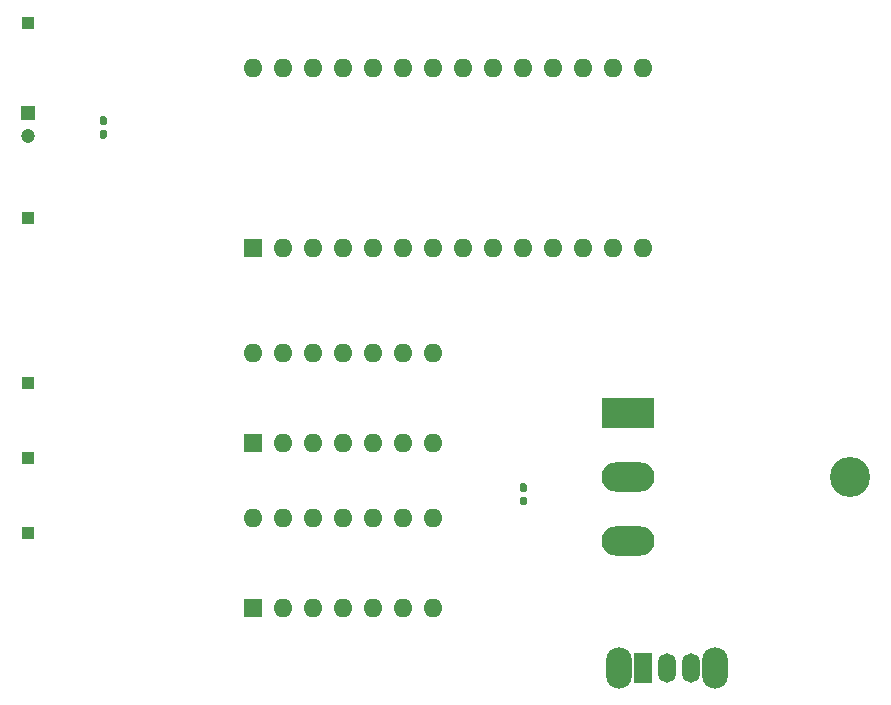
<source format=gbr>
%TF.GenerationSoftware,KiCad,Pcbnew,(5.1.12)-1*%
%TF.CreationDate,2021-11-17T16:44:01+01:00*%
%TF.ProjectId,SC-88VL,53432d38-3856-44c2-9e6b-696361645f70,rev?*%
%TF.SameCoordinates,Original*%
%TF.FileFunction,Soldermask,Top*%
%TF.FilePolarity,Negative*%
%FSLAX46Y46*%
G04 Gerber Fmt 4.6, Leading zero omitted, Abs format (unit mm)*
G04 Created by KiCad (PCBNEW (5.1.12)-1) date 2021-11-17 16:44:01*
%MOMM*%
%LPD*%
G01*
G04 APERTURE LIST*
%ADD10R,1.600000X1.600000*%
%ADD11O,1.600000X1.600000*%
%ADD12O,4.500000X2.500000*%
%ADD13R,4.500000X2.500000*%
%ADD14O,3.400000X3.400000*%
%ADD15O,2.200000X3.500000*%
%ADD16O,1.500000X2.500000*%
%ADD17R,1.500000X2.500000*%
%ADD18R,1.000000X1.000000*%
%ADD19C,1.200000*%
%ADD20R,1.200000X1.200000*%
G04 APERTURE END LIST*
D10*
%TO.C,TC9231N*%
X86360000Y-54610000D03*
D11*
X119380000Y-39370000D03*
X88900000Y-54610000D03*
X116840000Y-39370000D03*
X91440000Y-54610000D03*
X114300000Y-39370000D03*
X93980000Y-54610000D03*
X111760000Y-39370000D03*
X96520000Y-54610000D03*
X109220000Y-39370000D03*
X99060000Y-54610000D03*
X106680000Y-39370000D03*
X101600000Y-54610000D03*
X104140000Y-39370000D03*
X104140000Y-54610000D03*
X101600000Y-39370000D03*
X106680000Y-54610000D03*
X99060000Y-39370000D03*
X109220000Y-54610000D03*
X96520000Y-39370000D03*
X111760000Y-54610000D03*
X93980000Y-39370000D03*
X114300000Y-54610000D03*
X91440000Y-39370000D03*
X116840000Y-54610000D03*
X88900000Y-39370000D03*
X119380000Y-54610000D03*
X86360000Y-39370000D03*
%TD*%
D12*
%TO.C,TOSLINK TX*%
X118110000Y-79480000D03*
X118110000Y-74030000D03*
D13*
X118110000Y-68580000D03*
D14*
X136910000Y-74030000D03*
%TD*%
D15*
%TO.C,SWITCH*%
X125480000Y-90170000D03*
X117280000Y-90170000D03*
D16*
X123380000Y-90170000D03*
X121380000Y-90170000D03*
D17*
X119380000Y-90170000D03*
%TD*%
%TO.C,0.1uf*%
G36*
G01*
X109375000Y-75297500D02*
X109065000Y-75297500D01*
G75*
G02*
X108910000Y-75142500I0J155000D01*
G01*
X108910000Y-74717500D01*
G75*
G02*
X109065000Y-74562500I155000J0D01*
G01*
X109375000Y-74562500D01*
G75*
G02*
X109530000Y-74717500I0J-155000D01*
G01*
X109530000Y-75142500D01*
G75*
G02*
X109375000Y-75297500I-155000J0D01*
G01*
G37*
G36*
G01*
X109375000Y-76432500D02*
X109065000Y-76432500D01*
G75*
G02*
X108910000Y-76277500I0J155000D01*
G01*
X108910000Y-75852500D01*
G75*
G02*
X109065000Y-75697500I155000J0D01*
G01*
X109375000Y-75697500D01*
G75*
G02*
X109530000Y-75852500I0J-155000D01*
G01*
X109530000Y-76277500D01*
G75*
G02*
X109375000Y-76432500I-155000J0D01*
G01*
G37*
%TD*%
%TO.C,0.1uf*%
G36*
G01*
X73815000Y-44250000D02*
X73505000Y-44250000D01*
G75*
G02*
X73350000Y-44095000I0J155000D01*
G01*
X73350000Y-43670000D01*
G75*
G02*
X73505000Y-43515000I155000J0D01*
G01*
X73815000Y-43515000D01*
G75*
G02*
X73970000Y-43670000I0J-155000D01*
G01*
X73970000Y-44095000D01*
G75*
G02*
X73815000Y-44250000I-155000J0D01*
G01*
G37*
G36*
G01*
X73815000Y-45385000D02*
X73505000Y-45385000D01*
G75*
G02*
X73350000Y-45230000I0J155000D01*
G01*
X73350000Y-44805000D01*
G75*
G02*
X73505000Y-44650000I155000J0D01*
G01*
X73815000Y-44650000D01*
G75*
G02*
X73970000Y-44805000I0J-155000D01*
G01*
X73970000Y-45230000D01*
G75*
G02*
X73815000Y-45385000I-155000J0D01*
G01*
G37*
%TD*%
D18*
%TO.C,DATA*%
X67310000Y-78740000D03*
%TD*%
%TO.C,BCK*%
X67310000Y-72390000D03*
%TD*%
%TO.C,LRCK*%
X67310000Y-66040000D03*
%TD*%
%TO.C,GND*%
X67310000Y-52070000D03*
%TD*%
%TO.C,+5V*%
X67310000Y-35560000D03*
%TD*%
D19*
%TO.C,33uf*%
X67310000Y-45180000D03*
D20*
X67310000Y-43180000D03*
%TD*%
D11*
%TO.C,74HC74*%
X86360000Y-77470000D03*
X101600000Y-85090000D03*
X88900000Y-77470000D03*
X99060000Y-85090000D03*
X91440000Y-77470000D03*
X96520000Y-85090000D03*
X93980000Y-77470000D03*
X93980000Y-85090000D03*
X96520000Y-77470000D03*
X91440000Y-85090000D03*
X99060000Y-77470000D03*
X88900000Y-85090000D03*
X101600000Y-77470000D03*
D10*
X86360000Y-85090000D03*
%TD*%
D11*
%TO.C,74HC04*%
X86360000Y-63500000D03*
X101600000Y-71120000D03*
X88900000Y-63500000D03*
X99060000Y-71120000D03*
X91440000Y-63500000D03*
X96520000Y-71120000D03*
X93980000Y-63500000D03*
X93980000Y-71120000D03*
X96520000Y-63500000D03*
X91440000Y-71120000D03*
X99060000Y-63500000D03*
X88900000Y-71120000D03*
X101600000Y-63500000D03*
D10*
X86360000Y-71120000D03*
%TD*%
M02*

</source>
